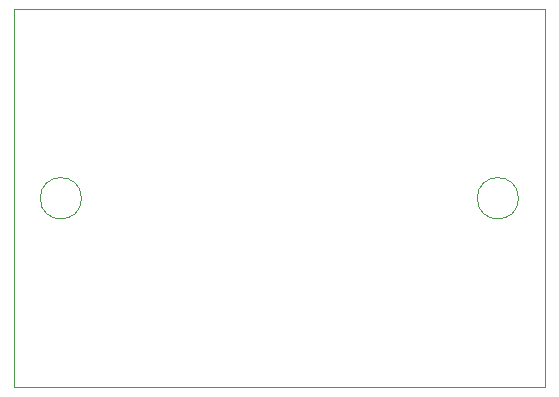
<source format=gbr>
%TF.GenerationSoftware,KiCad,Pcbnew,(5.1.9)-1*%
%TF.CreationDate,2021-03-23T14:30:04+01:00*%
%TF.ProjectId,Display Board,44697370-6c61-4792-9042-6f6172642e6b,rev?*%
%TF.SameCoordinates,Original*%
%TF.FileFunction,Profile,NP*%
%FSLAX46Y46*%
G04 Gerber Fmt 4.6, Leading zero omitted, Abs format (unit mm)*
G04 Created by KiCad (PCBNEW (5.1.9)-1) date 2021-03-23 14:30:04*
%MOMM*%
%LPD*%
G01*
G04 APERTURE LIST*
%TA.AperFunction,Profile*%
%ADD10C,0.050000*%
%TD*%
G04 APERTURE END LIST*
D10*
X215950000Y-77200000D02*
G75*
G03*
X215950000Y-77200000I-1750000J0D01*
G01*
X178950000Y-77200000D02*
G75*
G03*
X178950000Y-77200000I-1750000J0D01*
G01*
X173200000Y-61200000D02*
X218200000Y-61200000D01*
X173200000Y-93200000D02*
X173200000Y-61200000D01*
X218200000Y-93200000D02*
X218200000Y-61200000D01*
X173200000Y-93200000D02*
X218200000Y-93200000D01*
M02*

</source>
